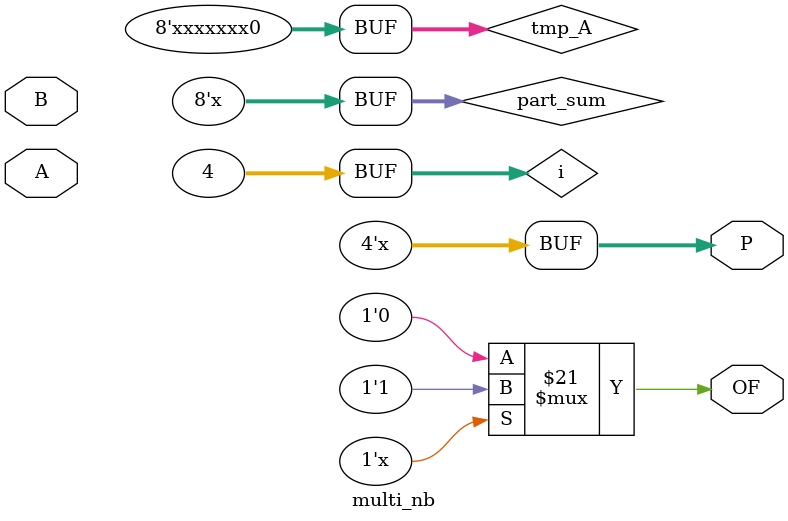
<source format=v>
`timescale 1ns / 1ps


module multi_nb
    #(parameter BIT_WIDTH=4)(
    input [BIT_WIDTH-1:0] A, B,
    output reg [BIT_WIDTH-1:0] P,
    output reg OF
    );
    
    
    //wire [2*BIT_WIDTH-1:0] PLb;
    
    
    //also comment/uncomment these lines to change bit width//////////////////////////
    //wire [2*BIT_WIDTH-1:0] a0, a1, a2, a3/*, a4, a5, a6, a7*/;                      //
    //assign a0 = {{BIT_WIDTH{1'b0}}, (B[0]? A : {BIT_WIDTH{1'b0}})};                 //
    //assign a1 = {{(BIT_WIDTH-1){1'b0}}, (B[1]? A : {BIT_WIDTH{1'b0}}) ,1'd0};       //
    //assign a2 = {{(BIT_WIDTH-2){1'b0}}, (B[2]? A : {BIT_WIDTH{1'b0}}),2'd0};        //
    //assign a3 = {{(BIT_WIDTH-3){1'b0}}, (B[3]? A : {BIT_WIDTH{1'b0}}),3'd0};        //
    //assign a4 = {{(BIT_WIDTH-4){1'b0}}, (B[4]? A : {BIT_WIDTH{1'b0}}),4'd0};      //
    //assign a5 = {{(BIT_WIDTH-5){1'b0}}, (B[5]? A : {BIT_WIDTH{1'b0}}),5'd0};      //
    //assign a6 = {{(BIT_WIDTH-6){1'b0}}, (B[6]? A : {BIT_WIDTH{1'b0}}),6'd0};      //
    //assign a7 = {{(BIT_WIDTH-7){1'b0}}, (B[7]? A : {BIT_WIDTH{1'b0}}),7'd0};      //
    //assign PLb = a0 + a1 + a2 + a3/* + a4 + a5 + a6 + a7*/;                         //
    //////////////////////////////////////////////////////////////////////////////////
    
    
    reg [31:0] i;
    reg [(2*BIT_WIDTH) - 1:0] part_sum, tmp_A;
    
    always@(*)
    begin
        part_sum <= {(2*BIT_WIDTH)-1{1'b0}};
        tmp_A <= {{BIT_WIDTH{1'b0}}, A};
        for(i = 0; i < BIT_WIDTH; i = i + 1)
        begin
            part_sum = part_sum + (B[i]? tmp_A : {BIT_WIDTH{1'b0}});
            tmp_A <= tmp_A << 1;
        end
        if(tmp_A > { {BIT_WIDTH{1'b0}},{BIT_WIDTH{1'b1}} })
        begin
            P <= tmp_A[BIT_WIDTH-1:0];
            OF <= 1'b1;
        end
        else 
        begin
            P <= tmp_A[BIT_WIDTH-1:0];
            OF <= 1'b0;
        end
    end
endmodule

</source>
